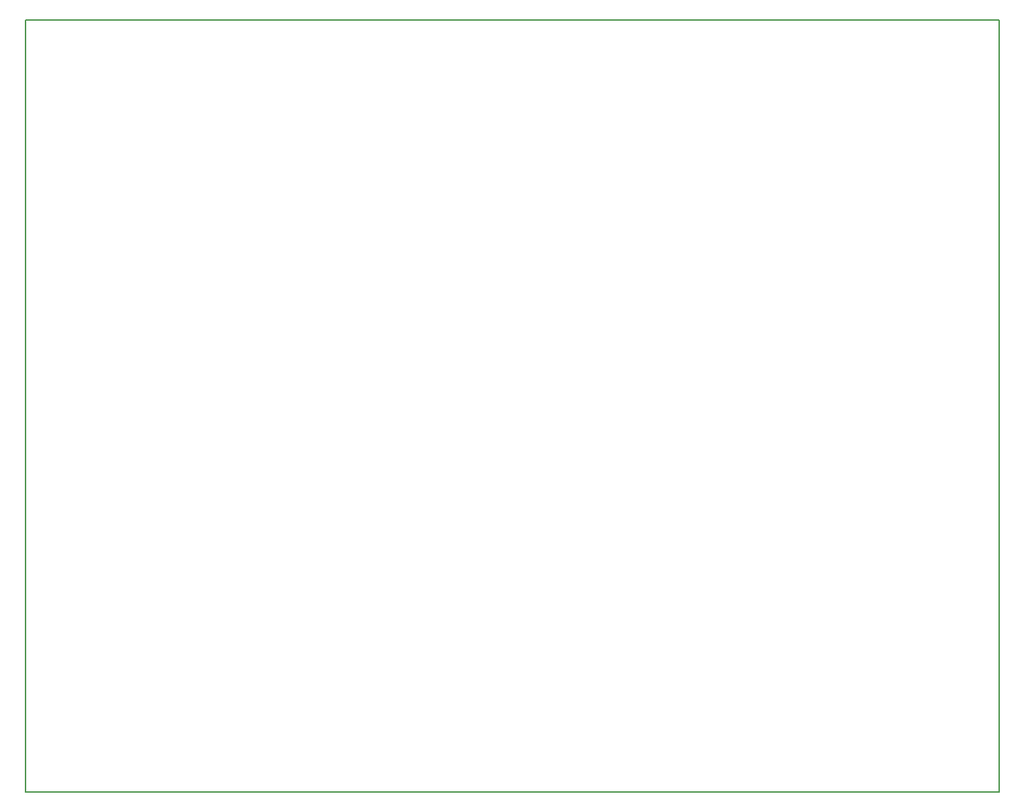
<source format=gm1>
G04 MADE WITH FRITZING*
G04 WWW.FRITZING.ORG*
G04 DOUBLE SIDED*
G04 HOLES PLATED*
G04 CONTOUR ON CENTER OF CONTOUR VECTOR*
%ASAXBY*%
%FSLAX23Y23*%
%MOIN*%
%OFA0B0*%
%SFA1.0B1.0*%
%ADD10R,4.712650X3.738120*%
%ADD11C,0.008000*%
%ADD10C,0.008*%
%LNCONTOUR*%
G90*
G70*
G54D10*
G54D11*
X4Y3734D02*
X4709Y3734D01*
X4709Y4D01*
X4Y4D01*
X4Y3734D01*
D02*
G04 End of contour*
M02*
</source>
